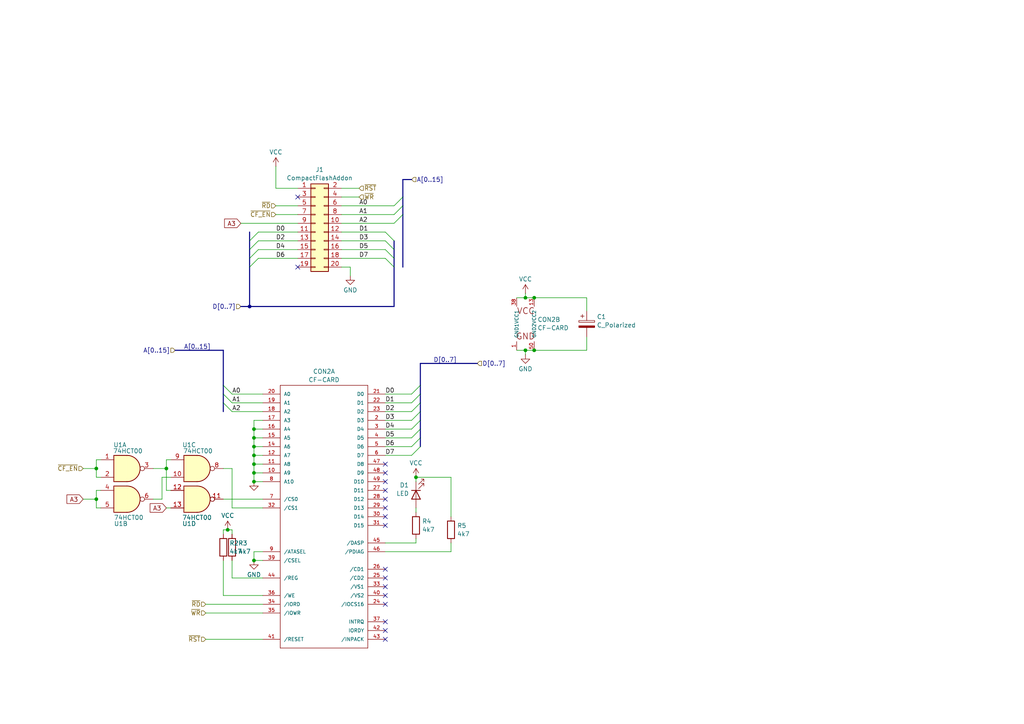
<source format=kicad_sch>
(kicad_sch (version 20231120) (generator "eeschema") (generator_version "8.0")
  (paper "A4")
  (lib_symbols
    (symbol "74xx:74HCT00" (pin_names (offset 1.016))
      (property "Reference" "U" (at 0 1.27 0))
      (property "Value" "74HCT00" (at 0 -1.27 0))
      (symbol "74HCT00_1_1"
        (arc (start 0 -3.81) (mid 3.7934 0) (end 0 3.81) (stroke (width 0.254)) (fill (type background)))
        (polyline (pts (xy 0 3.81) (xy -3.81 3.81) (xy -3.81 -3.81) (xy 0 -3.81)) (stroke (width 0.254)) (fill (type background)))
        (pin input line (at -7.62 2.54 0) (length 3.81) (name "~") (number "1"))
        (pin input line (at -7.62 -2.54 0) (length 3.81) (name "~") (number "2"))
        (pin output inverted (at 7.62 0 180) (length 3.81) (name "~") (number "3"))
      )
      (symbol "74HCT00_1_2"
        (arc (start -3.81 -3.81) (mid -2.589 0) (end -3.81 3.81) (stroke (width 0.254)))
        (arc (start -0.6096 -3.81) (mid 2.1842 -2.5851) (end 3.81 0) (stroke (width 0.254)) (fill (type background)))
        (polyline (pts (xy -3.81 -3.81) (xy -0.635 -3.81)) (stroke (width 0.254)) (fill (type background)))
        (polyline (pts (xy -3.81 3.81) (xy -0.635 3.81)) (stroke (width 0.254)) (fill (type background)))
        (polyline (pts (xy -0.635 3.81) (xy -3.81 3.81) (xy -3.81 3.81) (xy -3.556 3.4036) (xy -3.0226 2.2606) (xy -2.6924 1.0414) (xy -2.6162 -0.254) (xy -2.7686 -1.4986) (xy -3.175 -2.7178) (xy -3.81 -3.81) (xy -3.81 -3.81) (xy -0.635 -3.81)) (stroke (width -25.4)) (fill (type background)))
        (arc (start 3.81 0) (mid 2.1915 2.5936) (end -0.6096 3.81) (stroke (width 0.254)) (fill (type background)))
        (pin input inverted (at -7.62 2.54 0) (length 4.318) (name "~") (number "1"))
        (pin input inverted (at -7.62 -2.54 0) (length 4.318) (name "~") (number "2"))
        (pin output line (at 7.62 0 180) (length 3.81) (name "~") (number "3"))
      )
      (symbol "74HCT00_2_1"
        (arc (start 0 -3.81) (mid 3.7934 0) (end 0 3.81) (stroke (width 0.254)) (fill (type background)))
        (polyline (pts (xy 0 3.81) (xy -3.81 3.81) (xy -3.81 -3.81) (xy 0 -3.81)) (stroke (width 0.254)) (fill (type background)))
        (pin input line (at -7.62 2.54 0) (length 3.81) (name "~") (number "4"))
        (pin input line (at -7.62 -2.54 0) (length 3.81) (name "~") (number "5"))
        (pin output inverted (at 7.62 0 180) (length 3.81) (name "~") (number "6"))
      )
      (symbol "74HCT00_2_2"
        (arc (start -3.81 -3.81) (mid -2.589 0) (end -3.81 3.81) (stroke (width 0.254)))
        (arc (start -0.6096 -3.81) (mid 2.1842 -2.5851) (end 3.81 0) (stroke (width 0.254)) (fill (type background)))
        (polyline (pts (xy -3.81 -3.81) (xy -0.635 -3.81)) (stroke (width 0.254)) (fill (type background)))
        (polyline (pts (xy -3.81 3.81) (xy -0.635 3.81)) (stroke (width 0.254)) (fill (type background)))
        (polyline (pts (xy -0.635 3.81) (xy -3.81 3.81) (xy -3.81 3.81) (xy -3.556 3.4036) (xy -3.0226 2.2606) (xy -2.6924 1.0414) (xy -2.6162 -0.254) (xy -2.7686 -1.4986) (xy -3.175 -2.7178) (xy -3.81 -3.81) (xy -3.81 -3.81) (xy -0.635 -3.81)) (stroke (width -25.4)) (fill (type background)))
        (arc (start 3.81 0) (mid 2.1915 2.5936) (end -0.6096 3.81) (stroke (width 0.254)) (fill (type background)))
        (pin input inverted (at -7.62 2.54 0) (length 4.318) (name "~") (number "4"))
        (pin input inverted (at -7.62 -2.54 0) (length 4.318) (name "~") (number "5"))
        (pin output line (at 7.62 0 180) (length 3.81) (name "~") (number "6"))
      )
      (symbol "74HCT00_3_1"
        (arc (start 0 -3.81) (mid 3.7934 0) (end 0 3.81) (stroke (width 0.254)) (fill (type background)))
        (polyline (pts (xy 0 3.81) (xy -3.81 3.81) (xy -3.81 -3.81) (xy 0 -3.81)) (stroke (width 0.254)) (fill (type background)))
        (pin input line (at -7.62 -2.54 0) (length 3.81) (name "~") (number "10"))
        (pin output inverted (at 7.62 0 180) (length 3.81) (name "~") (number "8"))
        (pin input line (at -7.62 2.54 0) (length 3.81) (name "~") (number "9"))
      )
      (symbol "74HCT00_3_2"
        (arc (start -3.81 -3.81) (mid -2.589 0) (end -3.81 3.81) (stroke (width 0.254)))
        (arc (start -0.6096 -3.81) (mid 2.1842 -2.5851) (end 3.81 0) (stroke (width 0.254)) (fill (type background)))
        (polyline (pts (xy -3.81 -3.81) (xy -0.635 -3.81)) (stroke (width 0.254)) (fill (type background)))
        (polyline (pts (xy -3.81 3.81) (xy -0.635 3.81)) (stroke (width 0.254)) (fill (type background)))
        (polyline (pts (xy -0.635 3.81) (xy -3.81 3.81) (xy -3.81 3.81) (xy -3.556 3.4036) (xy -3.0226 2.2606) (xy -2.6924 1.0414) (xy -2.6162 -0.254) (xy -2.7686 -1.4986) (xy -3.175 -2.7178) (xy -3.81 -3.81) (xy -3.81 -3.81) (xy -0.635 -3.81)) (stroke (width -25.4)) (fill (type background)))
        (arc (start 3.81 0) (mid 2.1915 2.5936) (end -0.6096 3.81) (stroke (width 0.254)) (fill (type background)))
        (pin input inverted (at -7.62 -2.54 0) (length 4.318) (name "~") (number "10"))
        (pin output line (at 7.62 0 180) (length 3.81) (name "~") (number "8"))
        (pin input inverted (at -7.62 2.54 0) (length 4.318) (name "~") (number "9"))
      )
      (symbol "74HCT00_4_1"
        (arc (start 0 -3.81) (mid 3.7934 0) (end 0 3.81) (stroke (width 0.254)) (fill (type background)))
        (polyline (pts (xy 0 3.81) (xy -3.81 3.81) (xy -3.81 -3.81) (xy 0 -3.81)) (stroke (width 0.254)) (fill (type background)))
        (pin output inverted (at 7.62 0 180) (length 3.81) (name "~") (number "11"))
        (pin input line (at -7.62 2.54 0) (length 3.81) (name "~") (number "12"))
        (pin input line (at -7.62 -2.54 0) (length 3.81) (name "~") (number "13"))
      )
      (symbol "74HCT00_4_2"
        (arc (start -3.81 -3.81) (mid -2.589 0) (end -3.81 3.81) (stroke (width 0.254)))
        (arc (start -0.6096 -3.81) (mid 2.1842 -2.5851) (end 3.81 0) (stroke (width 0.254)) (fill (type background)))
        (polyline (pts (xy -3.81 -3.81) (xy -0.635 -3.81)) (stroke (width 0.254)) (fill (type background)))
        (polyline (pts (xy -3.81 3.81) (xy -0.635 3.81)) (stroke (width 0.254)) (fill (type background)))
        (polyline (pts (xy -0.635 3.81) (xy -3.81 3.81) (xy -3.81 3.81) (xy -3.556 3.4036) (xy -3.0226 2.2606) (xy -2.6924 1.0414) (xy -2.6162 -0.254) (xy -2.7686 -1.4986) (xy -3.175 -2.7178) (xy -3.81 -3.81) (xy -3.81 -3.81) (xy -0.635 -3.81)) (stroke (width -25.4)) (fill (type background)))
        (arc (start 3.81 0) (mid 2.1915 2.5936) (end -0.6096 3.81) (stroke (width 0.254)) (fill (type background)))
        (pin output line (at 7.62 0 180) (length 3.81) (name "~") (number "11"))
        (pin input inverted (at -7.62 2.54 0) (length 4.318) (name "~") (number "12"))
        (pin input inverted (at -7.62 -2.54 0) (length 4.318) (name "~") (number "13"))
      )
      (symbol "74HCT00_5_0"
        (pin power_in line (at 0 12.7 270) (length 5.08) (name "VCC") (number "14"))
        (pin power_in line (at 0 -12.7 90) (length 5.08) (name "GND") (number "7"))
      )
      (symbol "74HCT00_5_1"
        (rectangle (start -5.08 7.62) (end 5.08 -7.62) (stroke (width 0.254)) (fill (type background)))
      )
    )
    (symbol "Connector_Generic:Conn_02x10_Odd_Even" (pin_names (offset 1.016) hide)
      (property "Reference" "J" (at 1.27 12.7 0))
      (property "Value" "Conn_02x10_Odd_Even" (at 1.27 -15.24 0))
      (symbol "Conn_02x10_Odd_Even_1_1"
        (rectangle (start -1.27 -12.573) (end 0 -12.827) (stroke (width 0.1524)))
        (rectangle (start -1.27 -10.033) (end 0 -10.287) (stroke (width 0.1524)))
        (rectangle (start -1.27 -7.493) (end 0 -7.747) (stroke (width 0.1524)))
        (rectangle (start -1.27 -4.953) (end 0 -5.207) (stroke (width 0.1524)))
        (rectangle (start -1.27 -2.413) (end 0 -2.667) (stroke (width 0.1524)))
        (rectangle (start -1.27 0.127) (end 0 -0.127) (stroke (width 0.1524)))
        (rectangle (start -1.27 2.667) (end 0 2.413) (stroke (width 0.1524)))
        (rectangle (start -1.27 5.207) (end 0 4.953) (stroke (width 0.1524)))
        (rectangle (start -1.27 7.747) (end 0 7.493) (stroke (width 0.1524)))
        (rectangle (start -1.27 10.287) (end 0 10.033) (stroke (width 0.1524)))
        (rectangle (start -1.27 11.43) (end 3.81 -13.97) (stroke (width 0.254)) (fill (type background)))
        (rectangle (start 3.81 -12.573) (end 2.54 -12.827) (stroke (width 0.1524)))
        (rectangle (start 3.81 -10.033) (end 2.54 -10.287) (stroke (width 0.1524)))
        (rectangle (start 3.81 -7.493) (end 2.54 -7.747) (stroke (width 0.1524)))
        (rectangle (start 3.81 -4.953) (end 2.54 -5.207) (stroke (width 0.1524)))
        (rectangle (start 3.81 -2.413) (end 2.54 -2.667) (stroke (width 0.1524)))
        (rectangle (start 3.81 0.127) (end 2.54 -0.127) (stroke (width 0.1524)))
        (rectangle (start 3.81 2.667) (end 2.54 2.413) (stroke (width 0.1524)))
        (rectangle (start 3.81 5.207) (end 2.54 4.953) (stroke (width 0.1524)))
        (rectangle (start 3.81 7.747) (end 2.54 7.493) (stroke (width 0.1524)))
        (rectangle (start 3.81 10.287) (end 2.54 10.033) (stroke (width 0.1524)))
        (pin passive line (at -5.08 10.16 0) (length 3.81) (name "Pin_1") (number "1"))
        (pin passive line (at 7.62 0 180) (length 3.81) (name "Pin_10") (number "10"))
        (pin passive line (at -5.08 -2.54 0) (length 3.81) (name "Pin_11") (number "11"))
        (pin passive line (at 7.62 -2.54 180) (length 3.81) (name "Pin_12") (number "12"))
        (pin passive line (at -5.08 -5.08 0) (length 3.81) (name "Pin_13") (number "13"))
        (pin passive line (at 7.62 -5.08 180) (length 3.81) (name "Pin_14") (number "14"))
        (pin passive line (at -5.08 -7.62 0) (length 3.81) (name "Pin_15") (number "15"))
        (pin passive line (at 7.62 -7.62 180) (length 3.81) (name "Pin_16") (number "16"))
        (pin passive line (at -5.08 -10.16 0) (length 3.81) (name "Pin_17") (number "17"))
        (pin passive line (at 7.62 -10.16 180) (length 3.81) (name "Pin_18") (number "18"))
        (pin passive line (at -5.08 -12.7 0) (length 3.81) (name "Pin_19") (number "19"))
        (pin passive line (at 7.62 10.16 180) (length 3.81) (name "Pin_2") (number "2"))
        (pin passive line (at 7.62 -12.7 180) (length 3.81) (name "Pin_20") (number "20"))
        (pin passive line (at -5.08 7.62 0) (length 3.81) (name "Pin_3") (number "3"))
        (pin passive line (at 7.62 7.62 180) (length 3.81) (name "Pin_4") (number "4"))
        (pin passive line (at -5.08 5.08 0) (length 3.81) (name "Pin_5") (number "5"))
        (pin passive line (at 7.62 5.08 180) (length 3.81) (name "Pin_6") (number "6"))
        (pin passive line (at -5.08 2.54 0) (length 3.81) (name "Pin_7") (number "7"))
        (pin passive line (at 7.62 2.54 180) (length 3.81) (name "Pin_8") (number "8"))
        (pin passive line (at -5.08 0 0) (length 3.81) (name "Pin_9") (number "9"))
      )
    )
    (symbol "Device:C_Polarized" (pin_numbers hide) (pin_names (offset 0.254))
      (property "Reference" "C" (at 0.635 2.54 0))
      (property "Value" "C_Polarized" (at 0.635 -2.54 0))
      (symbol "C_Polarized_0_1"
        (rectangle (start -2.286 0.508) (end 2.286 1.016))
        (polyline (pts (xy -1.778 2.286) (xy -0.762 2.286)))
        (polyline (pts (xy -1.27 2.794) (xy -1.27 1.778)))
        (rectangle (start 2.286 -0.508) (end -2.286 -1.016) (fill (type outline)))
      )
      (symbol "C_Polarized_1_1"
        (pin passive line (at 0 3.81 270) (length 2.794) (name "~") (number "1"))
        (pin passive line (at 0 -3.81 90) (length 2.794) (name "~") (number "2"))
      )
    )
    (symbol "Device:LED" (pin_numbers hide) (pin_names (offset 1.016) hide)
      (property "Reference" "D" (at 0 2.54 0))
      (property "Value" "LED" (at 0 -2.54 0))
      (symbol "LED_0_1"
        (polyline (pts (xy -1.27 -1.27) (xy -1.27 1.27)) (stroke (width 0.254)))
        (polyline (pts (xy -1.27 0) (xy 1.27 0)))
        (polyline (pts (xy 1.27 -1.27) (xy 1.27 1.27) (xy -1.27 0) (xy 1.27 -1.27)) (stroke (width 0.254)))
        (polyline (pts (xy -3.048 -0.762) (xy -4.572 -2.286) (xy -3.81 -2.286) (xy -4.572 -2.286) (xy -4.572 -1.524)))
        (polyline (pts (xy -1.778 -0.762) (xy -3.302 -2.286) (xy -2.54 -2.286) (xy -3.302 -2.286) (xy -3.302 -1.524)))
      )
      (symbol "LED_1_1"
        (pin passive line (at -3.81 0 0) (length 2.54) (name "K") (number "1"))
        (pin passive line (at 3.81 0 180) (length 2.54) (name "A") (number "2"))
      )
    )
    (symbol "Device:R" (pin_numbers hide) (pin_names (offset 0))
      (property "Reference" "R" (at 2.032 0 90))
      (property "Value" "R" (at 0 0 90))
      (symbol "R_0_1"
        (rectangle (start -1.016 -2.54) (end 1.016 2.54) (stroke (width 0.254)))
      )
      (symbol "R_1_1"
        (pin passive line (at 0 3.81 270) (length 1.27) (name "~") (number "1"))
        (pin passive line (at 0 -3.81 90) (length 1.27) (name "~") (number "2"))
      )
    )
    (symbol "motherboard:CF-CARD" (pin_names (offset 1.016))
      (property "Reference" "CON" (at -12.7 39.37 0))
      (property "Value" "CF-CARD" (at -12.7 -40.64 0))
      (symbol "CF-CARD_1_0"
        (polyline (pts (xy -12.7 -38.1) (xy 12.7 -38.1)))
        (polyline (pts (xy -12.7 38.1) (xy -12.7 -38.1)))
        (polyline (pts (xy 12.7 -38.1) (xy 12.7 38.1)))
        (polyline (pts (xy 12.7 38.1) (xy -12.7 38.1)))
      )
      (symbol "CF-CARD_1_1"
        (pin input line (at -17.78 12.7 0) (length 5.08) (name "A9") (number "10"))
        (pin input line (at -17.78 15.24 0) (length 5.08) (name "A8") (number "11"))
        (pin input line (at -17.78 17.78 0) (length 5.08) (name "A7") (number "12"))
        (pin input line (at -17.78 20.32 0) (length 5.08) (name "A6") (number "14"))
        (pin input line (at -17.78 22.86 0) (length 5.08) (name "A5") (number "15"))
        (pin input line (at -17.78 25.4 0) (length 5.08) (name "A4") (number "16"))
        (pin input line (at -17.78 27.94 0) (length 5.08) (name "A3") (number "17"))
        (pin input line (at -17.78 30.48 0) (length 5.08) (name "A2") (number "18"))
        (pin input line (at -17.78 33.02 0) (length 5.08) (name "A1") (number "19"))
        (pin bidirectional line (at 17.78 27.94 180) (length 5.08) (name "D3") (number "2"))
        (pin input line (at -17.78 35.56 0) (length 5.08) (name "A0") (number "20"))
        (pin bidirectional line (at 17.78 35.56 180) (length 5.08) (name "D0") (number "21"))
        (pin bidirectional line (at 17.78 33.02 180) (length 5.08) (name "D1") (number "22"))
        (pin bidirectional line (at 17.78 30.48 180) (length 5.08) (name "D2") (number "23"))
        (pin output line (at 17.78 -25.4 180) (length 5.08) (name "/IOCS16") (number "24"))
        (pin output line (at 17.78 -17.78 180) (length 5.08) (name "/CD2") (number "25"))
        (pin output line (at 17.78 -15.24 180) (length 5.08) (name "/CD1") (number "26"))
        (pin bidirectional line (at 17.78 7.62 180) (length 5.08) (name "D11") (number "27"))
        (pin bidirectional line (at 17.78 5.08 180) (length 5.08) (name "D12") (number "28"))
        (pin bidirectional line (at 17.78 2.54 180) (length 5.08) (name "D13") (number "29"))
        (pin bidirectional line (at 17.78 25.4 180) (length 5.08) (name "D4") (number "3"))
        (pin bidirectional line (at 17.78 0 180) (length 5.08) (name "D14") (number "30"))
        (pin bidirectional line (at 17.78 -2.54 180) (length 5.08) (name "D15") (number "31"))
        (pin input line (at -17.78 2.54 0) (length 5.08) (name "/CS1") (number "32"))
        (pin output line (at 17.78 -20.32 180) (length 5.08) (name "/VS1") (number "33"))
        (pin input line (at -17.78 -25.4 0) (length 5.08) (name "/IORD") (number "34"))
        (pin input line (at -17.78 -27.94 0) (length 5.08) (name "/IOWR") (number "35"))
        (pin input line (at -17.78 -22.86 0) (length 5.08) (name "/WE") (number "36"))
        (pin output line (at 17.78 -30.48 180) (length 5.08) (name "INTRQ") (number "37"))
        (pin input line (at -17.78 -12.7 0) (length 5.08) (name "/CSEL") (number "39"))
        (pin bidirectional line (at 17.78 22.86 180) (length 5.08) (name "D5") (number "4"))
        (pin output line (at 17.78 -22.86 180) (length 5.08) (name "/VS2") (number "40"))
        (pin input line (at -17.78 -35.56 0) (length 5.08) (name "/RESET") (number "41"))
        (pin output line (at 17.78 -33.02 180) (length 5.08) (name "IORDY") (number "42"))
        (pin output line (at 17.78 -35.56 180) (length 5.08) (name "/INPACK") (number "43"))
        (pin input line (at -17.78 -17.78 0) (length 5.08) (name "/REG") (number "44"))
        (pin bidirectional line (at 17.78 -7.62 180) (length 5.08) (name "/DASP") (number "45"))
        (pin bidirectional line (at 17.78 -10.16 180) (length 5.08) (name "/PDIAG") (number "46"))
        (pin bidirectional line (at 17.78 15.24 180) (length 5.08) (name "D8") (number "47"))
        (pin bidirectional line (at 17.78 12.7 180) (length 5.08) (name "D9") (number "48"))
        (pin bidirectional line (at 17.78 10.16 180) (length 5.08) (name "D10") (number "49"))
        (pin bidirectional line (at 17.78 20.32 180) (length 5.08) (name "D6") (number "5"))
        (pin bidirectional line (at 17.78 17.78 180) (length 5.08) (name "D7") (number "6"))
        (pin input line (at -17.78 5.08 0) (length 5.08) (name "/CS0") (number "7"))
        (pin input line (at -17.78 10.16 0) (length 5.08) (name "A10") (number "8"))
        (pin input line (at -17.78 -10.16 0) (length 5.08) (name "/ATASEL") (number "9"))
      )
      (symbol "CF-CARD_2_0"
        (text "GND" (at 0 -3.556 0) (effects (font (size 1.778 1.778))))
        (text "VCC" (at 0.127 3.81 0) (effects (font (size 1.778 1.778))))
      )
      (symbol "CF-CARD_2_1"
        (pin power_in line (at -2.54 -7.62 90) (length 2.54) (name "GND1") (number "1"))
        (pin power_in line (at 2.54 7.62 270) (length 2.54) (name "VCC2") (number "13"))
        (pin power_in line (at -2.54 7.62 270) (length 2.54) (name "VCC1") (number "38"))
        (pin power_in line (at 2.54 -7.62 90) (length 2.54) (name "GND2") (number "50"))
      )
    )
    (symbol "power:GND" (power) (pin_numbers hide) (pin_names (offset 0) hide)
      (property "Value" "GND" (at 0 -3.81 0))
      (symbol "GND_0_1"
        (polyline (pts (xy 0 0) (xy 0 -1.27) (xy 1.27 -1.27) (xy 0 -2.54) (xy -1.27 -1.27) (xy 0 -1.27)))
      )
      (symbol "GND_1_1"
        (pin power_in line (at 0 0 270) (length 0) (name "~") (number "1"))
      )
    )
    (symbol "power:VCC" (power) (pin_numbers hide) (pin_names (offset 0) hide)
      (property "Value" "VCC" (at 0 3.556 0))
      (symbol "VCC_0_1"
        (polyline (pts (xy -0.762 1.27) (xy 0 2.54)))
        (polyline (pts (xy 0 0) (xy 0 2.54)))
        (polyline (pts (xy 0 2.54) (xy 0.762 1.27)))
      )
      (symbol "VCC_1_1"
        (pin power_in line (at 0 0 90) (length 0) (name "~") (number "1"))
      )
    )
  )
  (junction (at 27.94 135.89))
  (junction (at 120.65 138.43))
  (junction (at 73.66 129.54))
  (junction (at 152.4 86.36))
  (junction (at 73.66 132.08))
  (junction (at 48.26 135.89))
  (junction (at 72.39 88.9))
  (junction (at 154.94 86.36))
  (junction (at 73.66 137.16))
  (junction (at 73.66 162.56))
  (junction (at 73.66 139.7))
  (junction (at 66.04 153.67))
  (junction (at 73.66 134.62))
  (junction (at 73.66 124.46))
  (junction (at 152.4 101.6))
  (junction (at 73.66 127))
  (junction (at 27.94 144.78))
  (junction (at 154.94 101.6))
  (no_connect (at 111.76 139.7))
  (no_connect (at 111.76 142.24))
  (no_connect (at 111.76 152.4))
  (no_connect (at 111.76 137.16))
  (no_connect (at 86.36 57.15))
  (no_connect (at 111.76 172.72))
  (no_connect (at 111.76 144.78))
  (no_connect (at 111.76 149.86))
  (no_connect (at 111.76 165.1))
  (no_connect (at 111.76 175.26))
  (no_connect (at 111.76 167.64))
  (no_connect (at 111.76 182.88))
  (no_connect (at 111.76 134.62))
  (no_connect (at 111.76 180.34))
  (no_connect (at 111.76 170.18))
  (no_connect (at 111.76 147.32))
  (no_connect (at 111.76 185.42))
  (no_connect (at 86.36 77.47))
  (bus_entry (at 64.77 114.3) (size 2.54 2.54))
  (bus_entry (at 114.3 77.47) (size -2.54 -2.54))
  (bus_entry (at 64.77 116.84) (size 2.54 2.54))
  (bus_entry (at 72.39 72.39) (size 2.54 -2.54))
  (bus_entry (at 116.84 57.15) (size -2.54 2.54))
  (bus_entry (at 121.92 129.54) (size -2.54 2.54))
  (bus_entry (at 121.92 121.92) (size -2.54 2.54))
  (bus_entry (at 114.3 72.39) (size -2.54 -2.54))
  (bus_entry (at 121.92 124.46) (size -2.54 2.54))
  (bus_entry (at 121.92 119.38) (size -2.54 2.54))
  (bus_entry (at 114.3 74.93) (size -2.54 -2.54))
  (bus_entry (at 116.84 59.69) (size -2.54 2.54))
  (bus_entry (at 114.3 69.85) (size -2.54 -2.54))
  (bus_entry (at 64.77 111.76) (size 2.54 2.54))
  (bus_entry (at 121.92 114.3) (size -2.54 2.54))
  (bus_entry (at 121.92 127) (size -2.54 2.54))
  (bus_entry (at 72.39 74.93) (size 2.54 -2.54))
  (bus_entry (at 72.39 69.85) (size 2.54 -2.54))
  (bus_entry (at 72.39 77.47) (size 2.54 -2.54))
  (bus_entry (at 116.84 62.23) (size -2.54 2.54))
  (bus_entry (at 121.92 111.76) (size -2.54 2.54))
  (bus_entry (at 121.92 116.84) (size -2.54 2.54))
  (wire (pts (xy 27.94 147.32) (xy 27.94 144.78)))
  (wire (pts (xy 111.76 124.46) (xy 119.38 124.46)))
  (bus (pts (xy 116.84 52.07) (xy 116.84 57.15)))
  (bus (pts (xy 121.92 119.38) (xy 121.92 116.84)))
  (wire (pts (xy 67.31 119.38) (xy 76.2 119.38)))
  (wire (pts (xy 48.26 142.24) (xy 49.53 142.24)))
  (wire (pts (xy 73.66 132.08) (xy 76.2 132.08)))
  (wire (pts (xy 152.4 102.87) (xy 152.4 101.6)))
  (wire (pts (xy 73.66 132.08) (xy 73.66 134.62)))
  (wire (pts (xy 29.21 147.32) (xy 27.94 147.32)))
  (wire (pts (xy 76.2 172.72) (xy 64.77 172.72)))
  (bus (pts (xy 64.77 114.3) (xy 64.77 111.76)))
  (wire (pts (xy 99.06 74.93) (xy 111.76 74.93)))
  (bus (pts (xy 121.92 127) (xy 121.92 124.46)))
  (bus (pts (xy 121.92 114.3) (xy 121.92 111.76)))
  (wire (pts (xy 154.94 101.6) (xy 170.18 101.6)))
  (wire (pts (xy 69.85 64.77) (xy 86.36 64.77)))
  (bus (pts (xy 121.92 111.76) (xy 121.92 105.41)))
  (wire (pts (xy 48.26 135.89) (xy 48.26 133.35)))
  (bus (pts (xy 64.77 119.38) (xy 64.77 116.84)))
  (wire (pts (xy 73.66 124.46) (xy 76.2 124.46)))
  (wire (pts (xy 152.4 85.09) (xy 152.4 86.36)))
  (wire (pts (xy 59.69 177.8) (xy 76.2 177.8)))
  (wire (pts (xy 76.2 160.02) (xy 73.66 160.02)))
  (wire (pts (xy 27.94 135.89) (xy 27.94 138.43)))
  (wire (pts (xy 149.86 101.6) (xy 152.4 101.6)))
  (wire (pts (xy 46.99 138.43) (xy 49.53 138.43)))
  (wire (pts (xy 66.04 153.67) (xy 67.31 153.67)))
  (bus (pts (xy 116.84 59.69) (xy 116.84 62.23)))
  (wire (pts (xy 99.06 69.85) (xy 111.76 69.85)))
  (bus (pts (xy 114.3 69.85) (xy 114.3 72.39)))
  (wire (pts (xy 67.31 116.84) (xy 76.2 116.84)))
  (wire (pts (xy 73.66 137.16) (xy 73.66 139.7)))
  (bus (pts (xy 72.39 69.85) (xy 72.39 72.39)))
  (wire (pts (xy 74.93 67.31) (xy 86.36 67.31)))
  (wire (pts (xy 74.93 69.85) (xy 86.36 69.85)))
  (bus (pts (xy 69.85 88.9) (xy 72.39 88.9)))
  (wire (pts (xy 73.66 139.7) (xy 76.2 139.7)))
  (bus (pts (xy 72.39 67.31) (xy 72.39 69.85)))
  (wire (pts (xy 99.06 64.77) (xy 114.3 64.77)))
  (wire (pts (xy 67.31 114.3) (xy 76.2 114.3)))
  (wire (pts (xy 48.26 133.35) (xy 49.53 133.35)))
  (wire (pts (xy 130.81 157.48) (xy 130.81 160.02)))
  (wire (pts (xy 111.76 116.84) (xy 119.38 116.84)))
  (wire (pts (xy 152.4 101.6) (xy 154.94 101.6)))
  (wire (pts (xy 152.4 86.36) (xy 154.94 86.36)))
  (wire (pts (xy 111.76 119.38) (xy 119.38 119.38)))
  (wire (pts (xy 73.66 121.92) (xy 73.66 124.46)))
  (wire (pts (xy 46.99 144.78) (xy 46.99 138.43)))
  (wire (pts (xy 111.76 157.48) (xy 120.65 157.48)))
  (wire (pts (xy 111.76 132.08) (xy 119.38 132.08)))
  (wire (pts (xy 130.81 138.43) (xy 120.65 138.43)))
  (wire (pts (xy 59.69 175.26) (xy 76.2 175.26)))
  (wire (pts (xy 111.76 160.02) (xy 130.81 160.02)))
  (wire (pts (xy 73.66 160.02) (xy 73.66 162.56)))
  (wire (pts (xy 29.21 133.35) (xy 27.94 133.35)))
  (wire (pts (xy 64.77 162.56) (xy 64.77 172.72)))
  (bus (pts (xy 121.92 121.92) (xy 121.92 119.38)))
  (bus (pts (xy 114.3 74.93) (xy 114.3 77.47)))
  (wire (pts (xy 27.94 144.78) (xy 27.94 142.24)))
  (wire (pts (xy 73.66 162.56) (xy 76.2 162.56)))
  (wire (pts (xy 99.06 72.39) (xy 111.76 72.39)))
  (wire (pts (xy 80.01 62.23) (xy 86.36 62.23)))
  (wire (pts (xy 73.66 127) (xy 73.66 129.54)))
  (bus (pts (xy 72.39 72.39) (xy 72.39 74.93)))
  (wire (pts (xy 73.66 127) (xy 76.2 127)))
  (wire (pts (xy 101.6 77.47) (xy 101.6 80.01)))
  (wire (pts (xy 76.2 121.92) (xy 73.66 121.92)))
  (wire (pts (xy 67.31 153.67) (xy 67.31 154.94)))
  (wire (pts (xy 111.76 121.92) (xy 119.38 121.92)))
  (bus (pts (xy 121.92 105.41) (xy 138.43 105.41)))
  (wire (pts (xy 154.94 86.36) (xy 170.18 86.36)))
  (wire (pts (xy 64.77 153.67) (xy 66.04 153.67)))
  (bus (pts (xy 114.3 72.39) (xy 114.3 74.93)))
  (wire (pts (xy 99.06 57.15) (xy 104.14 57.15)))
  (wire (pts (xy 120.65 138.43) (xy 120.65 139.7)))
  (wire (pts (xy 170.18 101.6) (xy 170.18 97.79)))
  (wire (pts (xy 111.76 127) (xy 119.38 127)))
  (wire (pts (xy 80.01 54.61) (xy 80.01 48.26)))
  (wire (pts (xy 86.36 54.61) (xy 80.01 54.61)))
  (wire (pts (xy 99.06 77.47) (xy 101.6 77.47)))
  (bus (pts (xy 72.39 88.9) (xy 114.3 88.9)))
  (wire (pts (xy 27.94 138.43) (xy 29.21 138.43)))
  (wire (pts (xy 73.66 129.54) (xy 76.2 129.54)))
  (wire (pts (xy 99.06 54.61) (xy 104.14 54.61)))
  (wire (pts (xy 64.77 154.94) (xy 64.77 153.67)))
  (wire (pts (xy 76.2 167.64) (xy 67.31 167.64)))
  (wire (pts (xy 44.45 144.78) (xy 46.99 144.78)))
  (wire (pts (xy 73.66 134.62) (xy 76.2 134.62)))
  (wire (pts (xy 74.93 74.93) (xy 86.36 74.93)))
  (bus (pts (xy 64.77 116.84) (xy 64.77 114.3)))
  (wire (pts (xy 48.26 135.89) (xy 48.26 142.24)))
  (wire (pts (xy 120.65 156.21) (xy 120.65 157.48)))
  (wire (pts (xy 44.45 135.89) (xy 48.26 135.89)))
  (wire (pts (xy 80.01 59.69) (xy 86.36 59.69)))
  (bus (pts (xy 119.38 52.07) (xy 116.84 52.07)))
  (bus (pts (xy 50.8 101.6) (xy 64.77 101.6)))
  (bus (pts (xy 121.92 116.84) (xy 121.92 114.3)))
  (wire (pts (xy 73.66 137.16) (xy 76.2 137.16)))
  (wire (pts (xy 48.26 147.32) (xy 49.53 147.32)))
  (bus (pts (xy 114.3 77.47) (xy 114.3 88.9)))
  (bus (pts (xy 116.84 57.15) (xy 116.84 59.69)))
  (bus (pts (xy 64.77 111.76) (xy 64.77 101.6)))
  (wire (pts (xy 99.06 59.69) (xy 114.3 59.69)))
  (wire (pts (xy 73.66 124.46) (xy 73.66 127)))
  (bus (pts (xy 121.92 124.46) (xy 121.92 121.92)))
  (wire (pts (xy 99.06 62.23) (xy 114.3 62.23)))
  (wire (pts (xy 67.31 135.89) (xy 67.31 147.32)))
  (wire (pts (xy 99.06 67.31) (xy 111.76 67.31)))
  (wire (pts (xy 170.18 86.36) (xy 170.18 90.17)))
  (wire (pts (xy 130.81 149.86) (xy 130.81 138.43)))
  (wire (pts (xy 27.94 133.35) (xy 27.94 135.89)))
  (wire (pts (xy 73.66 129.54) (xy 73.66 132.08)))
  (wire (pts (xy 24.13 144.78) (xy 27.94 144.78)))
  (wire (pts (xy 59.69 185.42) (xy 76.2 185.42)))
  (wire (pts (xy 24.13 135.89) (xy 27.94 135.89)))
  (wire (pts (xy 73.66 134.62) (xy 73.66 137.16)))
  (wire (pts (xy 27.94 142.24) (xy 29.21 142.24)))
  (bus (pts (xy 72.39 77.47) (xy 72.39 88.9)))
  (wire (pts (xy 67.31 147.32) (xy 76.2 147.32)))
  (wire (pts (xy 74.93 72.39) (xy 86.36 72.39)))
  (bus (pts (xy 116.84 62.23) (xy 116.84 77.47)))
  (bus (pts (xy 72.39 74.93) (xy 72.39 77.47)))
  (wire (pts (xy 67.31 162.56) (xy 67.31 167.64)))
  (wire (pts (xy 111.76 114.3) (xy 119.38 114.3)))
  (wire (pts (xy 120.65 147.32) (xy 120.65 148.59)))
  (wire (pts (xy 64.77 135.89) (xy 67.31 135.89)))
  (wire (pts (xy 152.4 86.36) (xy 149.86 86.36)))
  (bus (pts (xy 121.92 129.54) (xy 121.92 127)))
  (wire (pts (xy 64.77 144.78) (xy 76.2 144.78)))
  (wire (pts (xy 111.76 129.54) (xy 119.38 129.54)))
  (label "A1" (at 104.14 62.23 0))
  (label "D2" (at 111.76 119.38 0))
  (label "D0" (at 80.01 67.31 0))
  (label "D7" (at 104.14 74.93 0))
  (label "D5" (at 104.14 72.39 0))
  (label "D6" (at 111.76 129.54 0))
  (label "D4" (at 111.76 124.46 0))
  (label "D3" (at 111.76 121.92 0))
  (label "D[0..7]" (at 125.73 105.41 0))
  (label "D0" (at 111.76 114.3 0))
  (label "A2" (at 67.31 119.38 0))
  (label "D2" (at 80.01 69.85 0))
  (label "A2" (at 104.14 64.77 0))
  (label "A0" (at 104.14 59.69 0))
  (label "D1" (at 111.76 116.84 0))
  (label "D6" (at 80.01 74.93 0))
  (label "D7" (at 111.76 132.08 0))
  (label "D3" (at 104.14 69.85 0))
  (label "A[0..15]" (at 53.34 101.6 0))
  (label "D4" (at 80.01 72.39 0))
  (label "A1" (at 67.31 116.84 0))
  (label "D5" (at 111.76 127 0))
  (label "D1" (at 104.14 67.31 0))
  (label "A0" (at 67.31 114.3 0))
  (global_label "A3" (shape input) (at 69.85 64.77 180) (property "Intersheetrefs" "${INTERSHEET_REFS}" (effects (hide yes))))
  (global_label "A3" (shape input) (at 48.26 147.32 180) (property "Intersheetrefs" "${INTERSHEET_REFS}" (effects (hide yes))))
  (global_label "A3" (shape input) (at 24.13 144.78 180) (property "Intersheetrefs" "${INTERSHEET_REFS}" (effects (hide yes))))
  (hierarchical_label "~{CF_EN}" (shape input) (at 80.01 62.23 180))
  (hierarchical_label "~{RST}" (shape input) (at 104.14 54.61 0))
  (hierarchical_label "D[0..7]" (shape input) (at 138.43 105.41 0))
  (hierarchical_label "A[0..15]" (shape input) (at 119.38 52.07 0))
  (hierarchical_label "D[0..7]" (shape input) (at 69.85 88.9 180))
  (hierarchical_label "~{RD}" (shape input) (at 80.01 59.69 180))
  (hierarchical_label "A[0..15]" (shape input) (at 50.8 101.6 180))
  (hierarchical_label "~{CF_EN}" (shape input) (at 24.13 135.89 180))
  (hierarchical_label "~{WR}" (shape input) (at 104.14 57.15 0))
  (hierarchical_label "~{RD}" (shape input) (at 59.69 175.26 180))
  (hierarchical_label "~{RST}" (shape input) (at 59.69 185.42 180))
  (hierarchical_label "~{WR}" (shape input) (at 59.69 177.8 180))
  (symbol (lib_id "power:VCC") (at 80.01 48.26 0) (unit 1)
    (property "Reference" "#PWR09" (effects (hide yes)))
    (property "Value" "VCC" (at 80.01 44.1269 0))
    (property "Description" "Power symbol creates a global label with name \"VCC\"" (effects (hide yes)))
  )
  (symbol (lib_id "power:VCC") (at 120.65 138.43 0) (unit 1)
    (property "Reference" "#PWR06" (effects (hide yes)))
    (property "Value" "VCC" (at 120.65 134.2969 0))
    (property "Description" "Power symbol creates a global label with name \"VCC\"" (effects (hide yes)))
  )
  (symbol (lib_id "Device:R") (at 64.77 158.75 0) (unit 1)
    (property "Reference" "R2" (at 66.548 157.5378 0) (effects (justify left)))
    (property "Value" "4k7" (at 66.548 159.9621 0) (effects (justify left)))
    (property "Footprint" "Resistor_THT:R_Axial_DIN0204_L3.6mm_D1.6mm_P7.62mm_Horizontal" (effects (hide yes)))
    (property "Description" "Resistor" (effects (hide yes)))
  )
  (symbol (lib_id "Device:R") (at 130.81 153.67 0) (unit 1)
    (property "Reference" "R5" (at 132.588 152.4578 0) (effects (justify left)))
    (property "Value" "4k7" (at 132.588 154.8821 0) (effects (justify left)))
    (property "Footprint" "Resistor_THT:R_Axial_DIN0204_L3.6mm_D1.6mm_P7.62mm_Horizontal" (effects (hide yes)))
    (property "Description" "Resistor" (effects (hide yes)))
  )
  (symbol (lib_id "74xx:74HCT00") (at 57.15 135.89 0) (unit 3)
    (property "Reference" "U1" (at 54.864 129.032 0))
    (property "Value" "74HCT00" (at 57.404 130.81 0))
    (property "Footprint" "PCM_Package_DIP_AKL:DIP-14_W7.62mm_Socket_LongPads" (effects (hide yes)))
    (property "Datasheet" "http://www.ti.com/lit/gpn/sn74hct00" (effects (hide yes)))
    (property "Description" "quad 2-input NAND gate" (effects (hide yes)))
  )
  (symbol (lib_id "74xx:74HCT00") (at 57.15 144.78 0) (unit 4)
    (property "Reference" "U1" (at 54.864 151.892 0))
    (property "Value" "74HCT00" (at 57.15 150.114 0))
    (property "Footprint" "PCM_Package_DIP_AKL:DIP-14_W7.62mm_Socket_LongPads" (effects (hide yes)))
    (property "Datasheet" "http://www.ti.com/lit/gpn/sn74hct00" (effects (hide yes)))
    (property "Description" "quad 2-input NAND gate" (effects (hide yes)))
  )
  (symbol (lib_id "motherboard:CF-CARD") (at 93.98 149.86 0) (unit 1)
    (property "Reference" "CON2" (at 93.98 107.7425 0))
    (property "Value" "CF-CARD" (at 93.98 110.1668 0))
    (property "Footprint" "kicad-lib:CF-Card_3M_N7E50-7516PK-20-WF" (effects (hide yes)))
  )
  (symbol (lib_id "power:GND") (at 73.66 162.56 0) (unit 1)
    (property "Reference" "#PWR05" (effects (hide yes)))
    (property "Value" "GND" (at 73.66 166.6931 0))
    (property "Description" "Power symbol creates a global label with name \"GND\" , ground" (effects (hide yes)))
  )
  (symbol (lib_id "power:VCC") (at 66.04 153.67 0) (unit 1)
    (property "Reference" "#PWR02" (effects (hide yes)))
    (property "Value" "VCC" (at 66.04 149.5369 0))
    (property "Description" "Power symbol creates a global label with name \"VCC\"" (effects (hide yes)))
  )
  (symbol (lib_id "Device:C_Polarized") (at 170.18 93.98 0) (unit 1)
    (property "Reference" "C1" (at 173.101 91.8788 0) (effects (justify left)))
    (property "Value" "C_Polarized" (at 173.101 94.3031 0) (effects (justify left)))
    (property "Footprint" "Capacitor_THT:CP_Radial_D4.0mm_P2.00mm" (effects (hide yes)))
    (property "Description" "Polarized capacitor" (effects (hide yes)))
  )
  (symbol (lib_id "power:VCC") (at 152.4 85.09 0) (unit 1)
    (property "Reference" "#PWR07" (effects (hide yes)))
    (property "Value" "VCC" (at 152.4 80.9569 0))
    (property "Description" "Power symbol creates a global label with name \"VCC\"" (effects (hide yes)))
  )
  (symbol (lib_id "motherboard:CF-CARD") (at 152.4 93.98 0) (unit 2)
    (property "Reference" "CON2" (at 155.9 92.6876 0) (effects (justify left)))
    (property "Value" "CF-CARD" (at 155.9 95.1119 0) (effects (justify left)))
    (property "Footprint" "kicad-lib:CF-Card_3M_N7E50-7516PK-20-WF" (effects (hide yes)))
  )
  (symbol (lib_id "74xx:74HCT00") (at 36.83 144.78 0) (unit 2)
    (property "Reference" "U1" (at 35.052 151.892 0))
    (property "Value" "74HCT00" (at 37.338 150.114 0))
    (property "Footprint" "PCM_Package_DIP_AKL:DIP-14_W7.62mm_Socket_LongPads" (effects (hide yes)))
    (property "Datasheet" "http://www.ti.com/lit/gpn/sn74hct00" (effects (hide yes)))
    (property "Description" "quad 2-input NAND gate" (effects (hide yes)))
  )
  (symbol (lib_id "power:GND") (at 152.4 102.87 0) (unit 1)
    (property "Reference" "#PWR08" (effects (hide yes)))
    (property "Value" "GND" (at 152.4 107.0031 0))
    (property "Description" "Power symbol creates a global label with name \"GND\" , ground" (effects (hide yes)))
  )
  (symbol (lib_id "Connector_Generic:Conn_02x10_Odd_Even") (at 91.44 64.77 0) (unit 1)
    (property "Reference" "J1" (at 92.71 49.1955 0))
    (property "Value" "CompactFlashAddon" (at 92.71 51.6198 0))
    (property "Footprint" "Connector_PinHeader_2.54mm:PinHeader_2x10_P2.54mm_Vertical" (effects (hide yes)))
    (property "Description" "Generic connector, double row, 02x10, odd/even pin numbering scheme (row 1 odd numbers, row 2 even numbers), script generated (kicad-library-utils/schlib/autogen/connector/)" (effects (hide yes)))
  )
  (symbol (lib_id "Device:R") (at 67.31 158.75 0) (unit 1)
    (property "Reference" "R3" (at 69.088 157.5378 0) (effects (justify left)))
    (property "Value" "4k7" (at 69.088 159.9621 0) (effects (justify left)))
    (property "Footprint" "Resistor_THT:R_Axial_DIN0204_L3.6mm_D1.6mm_P7.62mm_Horizontal" (effects (hide yes)))
    (property "Description" "Resistor" (effects (hide yes)))
  )
  (symbol (lib_id "74xx:74HCT00") (at 36.83 135.89 0) (unit 1)
    (property "Reference" "U1" (at 34.798 129.032 0))
    (property "Value" "74HCT00" (at 37.084 130.81 0))
    (property "Footprint" "PCM_Package_DIP_AKL:DIP-14_W7.62mm_Socket_LongPads" (effects (hide yes)))
    (property "Datasheet" "http://www.ti.com/lit/gpn/sn74hct00" (effects (hide yes)))
    (property "Description" "quad 2-input NAND gate" (effects (hide yes)))
  )
  (symbol (lib_id "Device:LED") (at 120.65 143.51 90) (mirror x) (unit 1)
    (property "Reference" "D1" (at 118.618 140.7103 90) (effects (justify left)))
    (property "Value" "LED" (at 118.618 143.1346 90) (effects (justify left)))
    (property "Footprint" "LED_THT:LED_D5.0mm_Horizontal_O1.27mm_Z3.0mm_Clear" (effects (hide yes)))
    (property "Description" "Light emitting diode" (effects (hide yes)))
  )
  (symbol (lib_id "power:GND") (at 101.6 80.01 0) (unit 1)
    (property "Reference" "#PWR010" (effects (hide yes)))
    (property "Value" "GND" (at 101.6 84.1431 0))
    (property "Description" "Power symbol creates a global label with name \"GND\" , ground" (effects (hide yes)))
  )
  (symbol (lib_id "Device:R") (at 120.65 152.4 0) (unit 1)
    (property "Reference" "R4" (at 122.428 151.1878 0) (effects (justify left)))
    (property "Value" "4k7" (at 122.428 153.6121 0) (effects (justify left)))
    (property "Footprint" "Resistor_THT:R_Axial_DIN0204_L3.6mm_D1.6mm_P7.62mm_Horizontal" (effects (hide yes)))
    (property "Description" "Resistor" (effects (hide yes)))
  )
  (symbol (lib_id "power:GND") (at 73.66 139.7 0) (unit 1)
    (property "Reference" "#PWR04" (effects (hide yes)))
    (property "Value" "GND" (effects (hide yes)))
    (property "Description" "Power symbol creates a global label with name \"GND\" , ground" (effects (hide yes)))
  )
)
</source>
